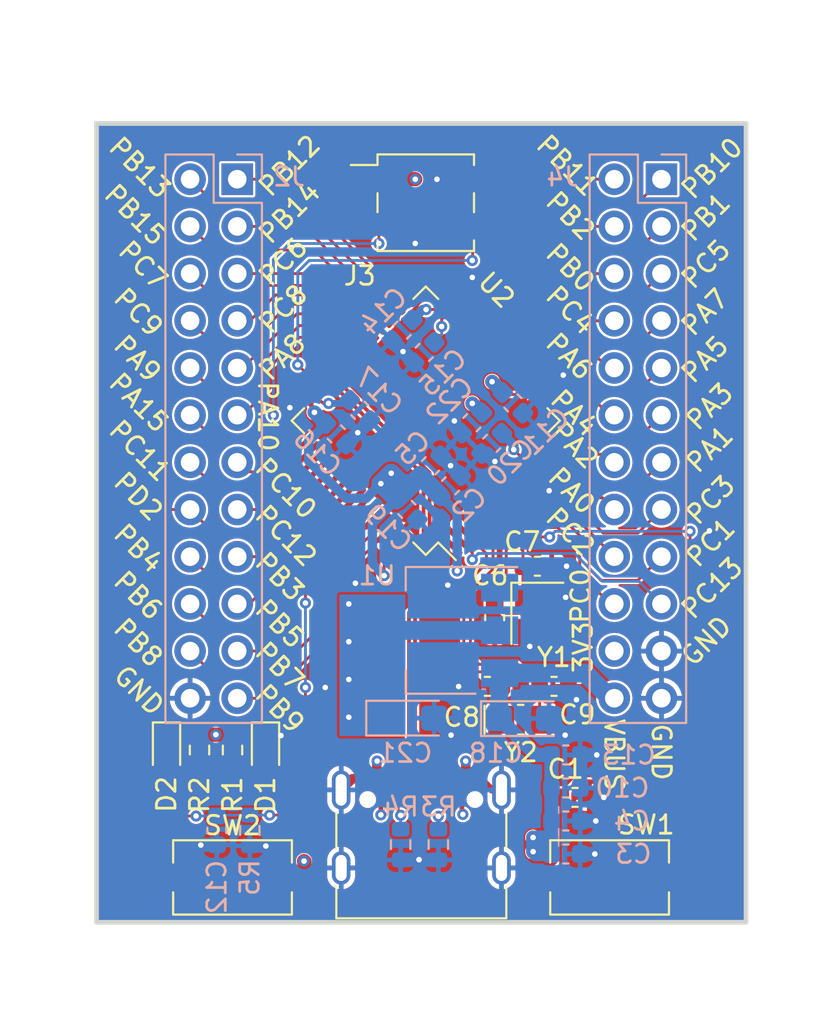
<source format=kicad_pcb>
(kicad_pcb (version 20221018) (generator pcbnew)
  (layers (0 "F.Cu" signal) (1 "In1.Cu" signal) (2 "In2.Cu" signal) (31 "B.Cu" signal) (34 "B.Paste" user) (35 "F.Paste" user) (36 "B.SilkS" user "B.Silkscreen") (37 "F.SilkS" user "F.Silkscreen") (38 "B.Mask" user) (39 "F.Mask" user) (44 "Edge.Cuts" user))
  (net 0 "")
  (net 1 "+3V3")
  (net 2 "/NRST")
  (net 3 "/BOOT0")
  (net 4 "GND")
  (net 5 "/PC13")
  (net 6 "/PC0")
  (net 7 "/PC1")
  (net 8 "/PC2")
  (net 9 "VBUS")
  (net 10 "/PC3")
  (net 11 "/PA0")
  (net 12 "/PA1")
  (net 13 "/PA2")
  (net 14 "Net-(D1-A)")
  (net 15 "/PA3")
  (net 16 "/PA4")
  (net 17 "/PA5")
  (net 18 "/PA6")
  (net 19 "/PA7")
  (net 20 "/PC4")
  (net 21 "/PC5")
  (net 22 "/PB0")
  (net 23 "/PB1")
  (net 24 "/PB2")
  (net 25 "/PB10")
  (net 26 "Net-(D2-A)")
  (net 27 "/PB11")
  (net 28 "/PB12")
  (net 29 "/PB13")
  (net 30 "/PB14")
  (net 31 "/PB15")
  (net 32 "/PC6")
  (net 33 "/PC7")
  (net 34 "/PC8")
  (net 35 "/PC9")
  (net 36 "/PA8")
  (net 37 "/PA9")
  (net 38 "/USB_D+")
  (net 39 "/USB_D-")
  (net 40 "/OSC32_IN")
  (net 41 "/PA10")
  (net 42 "/PA15")
  (net 43 "/PC10")
  (net 44 "/PC11")
  (net 45 "/PC12")
  (net 46 "/PD2")
  (net 47 "/PB3")
  (net 48 "/PB4")
  (net 49 "/PB5")
  (net 50 "/PB6")
  (net 51 "/OSC32_OUT")
  (net 52 "/PB7")
  (net 53 "/PB8")
  (net 54 "/PB9")
  (net 55 "/OSC_IN")
  (net 56 "/OSC_OUT")
  (net 57 "/SWDIO")
  (net 58 "/SWCLK")
  (net 59 "/CC1")
  (net 60 "/CC2")
  (net 61 "Net-(U2-VCAP_1)")
  (net 62 "Net-(U2-VCAP_2)")
  (footprint "Button_Switch_SMD:SW_Tactile_SPST_NO_Straight_CK_PTS636Sx25SMTRLFS" (layer "F.Cu") (at 115.146 69.586 180)
    (fp_text reference "SW1")
    (fp_text value "PTS636SK25SMTRLFS" hide)
  )
  (footprint "Connector_PinHeader_2.54mm:PinHeader_2x02_P2.54mm_Vertical_SMD" (layer "F.Cu") (at 105.24 33.264)
    (fp_text reference "J3")
    (fp_text value "Conn_02x02_Odd_Even")
  )
  (footprint "Capacitor_SMD:C_0603_1608Metric" (layer "F.Cu") (at 111.252 52.832 180)
    (fp_text reference "C7")
    (fp_text value "10pF")
  )
  (footprint "LED_SMD:LED_0603_1608Metric" (layer "F.Cu") (at 91.27 62.728 -90)
    (fp_text reference "D2")
    (fp_text value "LED")
  )
  (footprint "Crystal:Crystal_SMD_MicroCrystal_CC8V-T1A-2Pin_2.0x1.2mm_HandSoldering" (layer "F.Cu") (at 110.354951 61.09605)
    (fp_text reference "Y2")
    (fp_text value "32.768kHz")
  )
  (footprint "Connector_USB:USB_C_Receptacle_G-Switch_GT-USB-7010ASV" (layer "F.Cu") (at 105 68)
    (fp_text reference "J1" hide)
    (fp_text value "GT-USB-7010ASV")
  )
  (footprint "Resistor_SMD:R_0603_1608Metric" (layer "F.Cu") (at 94.826 62.728 -90)
    (fp_text reference "R1")
    (fp_text value "1k")
  )
  (footprint "Capacitor_SMD:C_0603_1608Metric" (layer "F.Cu") (at 112.151 59.3 180)
    (fp_text reference "C9")
    (fp_text value "8pF")
  )
  (footprint "Resistor_SMD:R_0603_1608Metric" (layer "F.Cu") (at 93.048 62.728 -90)
    (fp_text reference "R2")
    (fp_text value "1k")
  )
  (footprint "Crystal:Crystal_SMD_2520-4Pin_2.5x2.0mm" (layer "F.Cu") (at 111.252 55.372 -90)
    (fp_text reference "Y1")
    (fp_text value "24MHz")
  )
  (footprint "Button_Switch_SMD:SW_Tactile_SPST_NO_Straight_CK_PTS636Sx25SMTRLFS" (layer "F.Cu") (at 94.826 69.586 180)
    (fp_text reference "SW2")
    (fp_text value "PTS636SK25SMTRLFS")
  )
  (footprint "Capacitor_SMD:C_0603_1608Metric" (layer "F.Cu") (at 113.284 65.278)
    (fp_text reference "C1")
    (fp_text value "100nF")
  )
  (footprint "Package_QFP:LQFP-64_10x10mm_P0.5mm" (layer "F.Cu") (at 105.24 45 135)
    (fp_text reference "U2")
    (fp_text value "STM32F405RGTx")
  )
  (footprint "Capacitor_SMD:C_0603_1608Metric" (layer "F.Cu") (at 108.953 55.600473 90)
    (fp_text reference "C6")
    (fp_text value "10pF")
  )
  (footprint "LED_SMD:LED_0603_1608Metric" (layer "F.Cu") (at 96.604 62.728 -90)
    (fp_text reference "D1")
    (fp_text value "LED")
  )
  (footprint "Capacitor_SMD:C_0603_1608Metric" (layer "F.Cu") (at 108.558899 59.3)
    (fp_text reference "C8")
    (fp_text value "8pF")
  )
  (footprint "Capacitor_SMD:C_0603_1608Metric" (layer "B.Cu") (at 103.97 40.122 -135)
    (fp_text reference "C14")
    (fp_text value "100nF")
  )
  (footprint "Capacitor_SMD:C_0603_1608Metric" (layer "B.Cu") (at 105.494 47.426369 45)
    (fp_text reference "C5")
    (fp_text value "100nF")
  )
  (footprint "Capacitor_Tantalum_SMD:CP_EIA-3216-18_Kemet-A" (layer "B.Cu") (at 104.3432 61.0108)
    (fp_text reference "C21")
    (fp_text value "10uF")
  )
  (footprint "Resistor_SMD:R_0603_1608Metric" (layer "B.Cu") (at 105.918 67.818 -90)
    (fp_text reference "R3")
    (fp_text value "5.1k")
  )
  (footprint "Capacitor_SMD:C_0603_1608Metric" (layer "B.Cu") (at 100.414 45.71 -45)
    (fp_text reference "C16")
    (fp_text value "100nF")
  )
  (footprint "Resistor_SMD:R_0603_1608Metric" (layer "B.Cu") (at 103.886 67.818 -90)
    (fp_text reference "R4")
    (fp_text value "5.1k")
  )
  (footprint "Capacitor_SMD:C_0603_1608Metric" (layer "B.Cu") (at 109.9312 44.0436 -45)
    (fp_text reference "C11")
    (fp_text value "100nF")
  )
  (footprint "Resistor_SMD:R_0603_1608Metric" (layer "B.Cu") (at 95.758 67.056 -90)
    (fp_text reference "R5")
    (fp_text value "10k")
  )
  (footprint "Connector_PinHeader_2.54mm:PinHeader_2x12_P2.54mm_Vertical" (layer "B.Cu") (at 117.94 32 180)
    (fp_text reference "J4")
    (fp_text value "Conn_02x12_Odd_Even")
  )
  (footprint "Capacitor_Tantalum_SMD:CP_EIA-3216-18_Kemet-A" (layer "B.Cu") (at 110.53042 61.036471)
    (fp_text reference "C18")
    (fp_text value "10uF")
  )
  (footprint "Capacitor_SMD:C_0603_1608Metric" (layer "B.Cu") (at 93.98 67.056 -90)
    (fp_text reference "C12")
    (fp_text value "100nF")
  )
  (footprint "Connector_PinHeader_2.54mm:PinHeader_2x12_P2.54mm_Vertical" (layer "B.Cu") (at 95.08 32 180)
    (fp_text reference "J2")
    (fp_text value "Conn_02x12_Odd_Even")
  )
  (footprint "Capacitor_SMD:C_0603_1608Metric" (layer "B.Cu") (at 101.684 44.44 -45)
    (fp_text reference "C17")
    (fp_text value "2.2uF")
  )
  (footprint "Capacitor_SMD:C_0603_1608Metric" (layer "B.Cu") (at 108.796 46.218 -135)
    (fp_text reference "C20")
    (fp_text value "100nF")
  )
  (footprint "Capacitor_SMD:C_0603_1608Metric" (layer "B.Cu") (at 112.789 64.77)
    (fp_text reference "C10")
    (fp_text value "1uF")
  )
  (footprint "Capacitor_SMD:C_0603_1608Metric" (layer "B.Cu") (at 105.156 41.3258 -135)
    (fp_text reference "C15")
    (fp_text value "2.2uF")
  )
  (footprint "Capacitor_SMD:C_0603_1608Metric" (layer "B.Cu") (at 112.789 66.548)
    (fp_text reference "C4")
    (fp_text value "10uF")
  )
  (footprint "Capacitor_SMD:C_0603_1608Metric" (layer "B.Cu") (at 106.571631 48.504 45)
    (fp_text reference "C2")
    (fp_text value "4.7uF")
  )
  (footprint "Capacitor_SMD:C_0603_1608Metric" (layer "B.Cu") (at 107.7214 45.1104 -135)
    (fp_text reference "C22")
    (fp_text value "1uF")
  )
  (footprint "Capacitor_SMD:C_0603_1608Metric" (layer "B.Cu") (at 112.789 62.992)
    (fp_text reference "C13")
    (fp_text value "100nF")
  )
  (footprint "Package_TO_SOT_SMD:SOT-223" (layer "B.Cu") (at 106.0704 56.2864 180)
    (fp_text reference "U1")
    (fp_text value "TLV1117-33")
  )
  (footprint "Capacitor_SMD:C_0603_1608Metric" (layer "B.Cu") (at 112.789 68.326)
    (fp_text reference "C3")
    (fp_text value "10uF")
  )
  (footprint "Capacitor_SMD:C_0603_1608Metric" (layer "B.Cu") (at 104.224 49.774 -45)
    (fp_text reference "C19")
    (fp_text value "100nF")
  )
  (gr_rect (start 87.5 29) (end 122.5 72) (stroke (width 0.254)) (fill none) (layer "Edge.Cuts"))
  (gr_text "PC3" (at 119.888 50.8 45) (layer "F.SilkS") (effects (font (size 1 1) (thickness 0.15) bold) (justify left bottom)))
  (gr_text "PA7" (at 119.634 40.64 45) (layer "F.SilkS") (effects (font (size 1 1) (thickness 0.15) bold) (justify left bottom)))
  (gr_text "PA2" (at 111.79488 45.671751 -45) (layer "F.SilkS") (effects (font (size 1 1) (thickness 0.15) bold) (justify left bottom)))
  (gr_text "PB13" (at 87.968 30.344 -45) (layer "F.SilkS") (effects (font (size 1 1) (thickness 0.15) bold) (justify left bottom)))
  (gr_text "PA0" (at 111.633 48.133 -45) (layer "F.SilkS") (effects (font (size 1 1) (thickness 0.15) bold) (justify left bottom)))
  (gr_text "PA8" (at 96.858 43.044 45) (layer "F.SilkS") (effects (font (size 1 1) (thickness 0.15) bold) (justify left bottom)))
  (gr_text "PB4" (at 88.222 51.172 315) (layer "F.SilkS") (effects (font (size 1 1) (thickness 0.15) bold) (justify left bottom)))
  (gr_text "PC0" (at 114.173 56.007 90) (layer "F.SilkS") (effects (font (size 1 1) (thickness 0.15) bold) (justify left bottom)))
  (gr_text "PC8" (at 96.858 40.504 45) (layer "F.SilkS") (effects (font (size 1 1) (thickness 0.15) bold) (justify left bottom)))
  (gr_text "PC4" (at 111.506 38.354 -45) (layer "F.SilkS") (effects (font (size 1 1) (thickness 0.15) bold) (justify left bottom)))
  (gr_text "PB10" (at 119.634 33.274 45) (layer "F.SilkS") (effects (font (size 1 1) (thickness 0.15) bold) (justify left bottom)))
  (gr_text "PB1" (at 119.634 35.56 45) (layer "F.SilkS") (effects (font (size 1 1) (thickness 0.15) bold) (justify left bottom)))
  (gr_text "PA4" (at 111.76 43.942 -45) (layer "F.SilkS") (effects (font (size 1 1) (thickness 0.15) bold) (justify left bottom)))
  (gr_text "PA3" (at 119.888 45.72 45) (layer "F.SilkS") (effects (font (size 1 1) (thickness 0.15) bold) (justify left bottom)))
  (gr_text "PC11" (at 87.968 45.584 -45) (layer "F.SilkS") (effects (font (size 1 1) (thickness 0.15) bold) (justify left bottom)))
  (gr_text "PB15" (at 87.714 32.884 315) (layer "F.SilkS") (effects (font (size 1 1) (thickness 0.15) bold) (justify left bottom)))
  (gr_text "PA6" (at 111.506 40.894 -45) (layer "F.SilkS") (effects (font (size 1 1) (thickness 0.15) bold) (justify left bottom)))
  (gr_text "PB7" (at 95.842 57.522 315) (layer "F.SilkS") (effects (font (size 1 1) (thickness 0.15) bold) (justify left bottom)))
  (gr_text "PA5" (at 119.634 43.18 45) (layer "F.SilkS") (effects (font (size 1 1) (thickness 0.15) bold) (justify left bottom)))
  (gr_text "VBUS" (at 114.808 60.96 -90) (layer "F.SilkS") (effects (font (size 1 1) (thickness 0.15) bold) (justify left bottom)))
  (gr_text "PC12" (at 95.842 50.156 315) (layer "F.SilkS") (effects (font (size 1 1) (thickness 0.15) bold) (justify left bottom)))
  (gr_text "PC1" (at 119.888 53.086 45) (layer "F.SilkS") (effects (font (size 1 1) (thickness 0.15) bold) (justify left bottom)))
  (gr_text "PC13" (at 119.634 55.88 45) (layer "F.SilkS") (effects (font (size 1 1) (thickness 0.15) bold) (justify left bottom)))
  (gr_text "PB12" (at 96.858 33.138 45) (layer "F.SilkS") (effects (font (size 1 1) (thickness 0.15) bold) (justify left bottom)))
  (gr_text "PC2" (at 111.506 50.292 -45) (layer "F.SilkS") (effects (font (size 1 1) (thickness 0.15) bold) (justify left bottom)))
  (gr_text "GND" (at 88.222 58.792 -45) (layer "F.SilkS") (effects (font (size 1 1) (thickness 0.15) bold) (justify left bottom)))
  (gr_text "PA1" (at 119.888 48.006 45) (layer "F.SilkS") (effects (font (size 1 1) (thickness 0.15) bold) (justify left bottom)))
  (gr_text "PB2" (at 111.506 33.274 -45) (layer "F.SilkS") (effects (font (size 1 1) (thickness 0.15) bold) (justify left bottom)))
  (gr_text "PB9" (at 95.842 59.808 315) (layer "F.SilkS") (effects (font (size 1 1) (thickness 0.15) bold) (justify left bottom)))
  (gr_text "PC7" (at 88.476 35.932 -45) (layer "F.SilkS") (effects (font (size 1 1) (thickness 0.15) bold) (justify left bottom)))
  (gr_text "PC5" (at 119.634 38.1 45) (layer "F.SilkS") (effects (font (size 1 1) (thickness 0.15) bold) (justify left bottom)))
  (gr_text "PA15" (at 87.968 43.044 315) (layer "F.SilkS") (effects (font (size 1 1) (thickness 0.15) bold) (justify left bottom)))
  (gr_text "PA10" (at 96.139 42.79 -90) (layer "F.SilkS") (effects (font (size 1 1) (thickness 0.15) bold) (justify left bottom)))
  (gr_text "PB8" (at 88.222 56.252 315) (layer "F.SilkS") (effects (font (size 1 1) (thickness 0.15) bold) (justify left bottom)))
  (gr_text "PC6\n" (at 96.858 37.964 45) (layer "F.SilkS") (effects (font (size 1 1) (thickness 0.15) bold) (justify left bottom)))
  (gr_text "PB14\n" (at 96.858 35.678 45) (layer "F.SilkS") (effects (font (size 1 1) (thickness 0.15) bold) (justify left bottom)))
  (gr_text "PB5" (at 95.842 55.236 315) (layer "F.SilkS") (effects (font (size 1 1) (thickness 0.15) bold) (justify left bottom)))
  (gr_text "GND" (at 119.634 58.42 45) (layer "F.SilkS") (effects (font (size 1 1) (thickness 0.15) bold) (justify left bottom)))
  (gr_text "PB6" (at 88.222 53.712 -45) (layer "F.SilkS") (effects (font (size 1 1) (thickness 0.15) bold) (justify left bottom)))
  (gr_text "PC10" (at 95.842 47.616 315) (layer "F.SilkS") (effects (font (size 1 1) (thickness 0.15) bold) (justify left bottom)))
  (gr_text "PB11" (at 110.998 30.226 315) (layer "F.SilkS") (effects (font (size 1 1) (thickness 0.15) bold) (justify left bottom)))
  (gr_text "PC9" (at 88.222 38.472 315) (layer "F.SilkS") (effects (font (size 1 1) (thickness 0.15) bold) (justify left bottom)))
  (gr_text "PA9" (at 88.222 41.012 315) (layer "F.SilkS") (effects (font (size 1 1) (thickness 0.15) bold) (justify left bottom)))
  (gr_text "3V3" (at 114.3 58.674 90) (layer "F.SilkS") (effects (font (size 1 1) (thickness 0.15) bold) (justify left bottom)))
  (gr_text "GND" (at 117.348 61.214 -90) (layer "F.SilkS") (effects (font (size 1 1) (thickness 0.15) bold) (justify left bottom)))
  (gr_text "PB0" (at 111.506 36.068 -45) (layer "F.SilkS") (effects (font (size 1 1) (thickness 0.15) bold) (justify left bottom)))
  (gr_text "PB3" (at 95.842 52.696 315) (layer "F.SilkS") (effects (font (size 1 1) (thickness 0.15) bold) (justify left bottom)))
  (gr_text "PD2\n" (at 88.222 48.378 315) (layer "F.SilkS") (effects (font (size 1 1) (thickness 0.15) bold) (justify left bottom)))
  (segment (start 104.6634 31.994) (end 104.6734 32.004) (width 0.762) (layer "F.Cu") (net 1))
  (segment (start 98.701 69.586) (end 98.701 68.729) (width 0.762) (layer "F.Cu") (net 1))
  (segment (start 98.701 68.729) (end 98.679 68.707) (width 0.762) (layer "F.Cu") (net 1))
  (segment (start 99.2378 44.3011) (end 98.575519 43.638819) (width 0.1524) (layer "F.Cu") (net 1))
  (segment (start 102.715 31.994) (end 104.6634 31.994) (width 0.762) (layer "F.Cu") (net 1))
  (segment (start 99.2378 44.5516) (end 99.2378 44.3011) (width 0.1524) (layer "F.Cu") (net 1))
  (segment (start 106.934 51.9973) (end 106.934 53.086) (width 0.1524) (layer "F.Cu") (net 1))
  (segment (start 93.9292 61.8998) (end 93.926 61.903) (width 0.762) (layer "F.Cu") (net 1))
  (segment (start 110.542688 43.5864) (end 109.4994 43.5864) (width 0.1524) (layer "F.Cu") (net 1))
  (segment (start 103.878819 51.664481) (end 102.997 52.5463) (width 0.1524) (layer "F.Cu") (net 1))
  (segment (start 110.843821 47.421841) (end 110.843821 47.420021) (width 0.1524) (layer "F.Cu") (net 1))
  (segment (start 94.826 61.903) (end 93.9324 61.903) (width 0.762) (layer "F.Cu") (net 1))
  (segment (start 106.601181 38.335519) (end 105.9223 39.0144) (width 0.1524) (layer "F.Cu") (net 1))
  (segment (start 110.843821 47.420021) (end 109.982 46.5582) (width 0.1524) (layer "F.Cu") (net 1))
  (segment (start 109.4994 43.5864) (end 108.8136 42.9006) (width 0.1524) (layer "F.Cu") (net 1))
  (segment (start 106.601181 51.664481) (end 106.934 51.9973) (width 0.1524) (layer "F.Cu") (net 1))
  (segment (start 111.197375 42.931713) (end 110.542688 43.5864) (width 0.1524) (layer "F.Cu") (net 1))
  (segment (start 102.997 52.5463) (end 102.997 53.34) (width 0.1524) (layer "F.Cu") (net 1))
  (segment (start 93.9324 61.903) (end 93.9292 61.8998) (width 0.762) (layer "F.Cu") (net 1))
  (segment (start 105.9223 39.0144) (end 105.2576 39.0144) (width 0.1524) (layer "F.Cu") (net 1))
  (segment (start 93.926 61.903) (end 93.048 61.903) (width 0.762) (layer "F.Cu") (net 1))
  (via (at 101.092 58.928) (size 0.6) (drill 0.3) (layers "F.Cu" "B.Cu") (net 1))
  (via (at 93.9292 61.8998) (size 0.6) (drill 0.3) (layers "F.Cu" "B.Cu") (net 1))
  (via (at 99.2378 44.5516) (size 0.6) (drill 0.3) (layers "F.Cu" "B.Cu") (net 1))
  (via (at 107.7468 44.069) (size 0.6) (drill 0.3) (layers "F.Cu" "B.Cu") (net 1))
  (via (at 101.092 60.96) (size 0.6) (drill 0.3) (layers "F.Cu" "B.Cu") (net 1))
  (via (at 98.679 68.707) (size 0.6) (drill 0.3) (layers "F.Cu" "B.Cu") (net 1))
  (via (at 101.092 56.896) (size 0.6) (drill 0.3) (layers "F.Cu" "B.Cu") (net 1))
  (via (at 103.378 47.8282) (size 0.6) (drill 0.3) (layers "F.Cu" "B.Cu") (net 1))
  (via (at 106.934 53.086) (size 0.6) (drill 0.3) (layers "F.Cu" "B.Cu") (net 1))
  (via (at 108.8136 42.9006) (size 0.6) (drill 0.3) (layers "F.Cu" "B.Cu") (net 1))
  (via (at 104.6734 32.004) (size 0.6) (drill 0.3) (layers "F.Cu" "B.Cu") (net 1))
  (via (at 102.997 53.34) (size 0.6) (drill 0.3) (layers "F.Cu" "B.Cu") (net 1))
  (via (at 109.982 46.5582) (size 0.6) (drill 0.3) (layers "F.Cu" "B.Cu") (net 1))
  (via (at 101.092 54.864) (size 0.6) (drill 0.3) (layers "F.Cu" "B.Cu") (net 1))
  (via (at 105.2576 39.0144) (size 0.6) (drill 0.3) (layers "F.Cu" "B.Cu") (net 1))
  (via (at 102.8192 48.387) (size 0.6) (drill 0.3) (layers "F.Cu" "B.Cu") (net 1))
  (segment (start 108.269408 44.562392) (end 108.328008 44.620992) (width 0.508) (layer "B.Cu") (net 1))
  (segment (start 101.092 54.864) (end 101.092 60.96) (width 0.762) (layer "B.Cu") (net 1))
  (segment (start 101.092 58.928) (end 102.9204 58.928) (width 0.762) (layer "B.Cu") (net 1))
  (segment (start 105.0776 39.0144) (end 104.518008 39.573992) (width 0.508) (layer "B.Cu") (net 1))
  (segment (start 106.023623 49.052008) (end 104.945992 47.974377) (width 1.016) (layer "B.Cu") (net 1))
  (segment (start 102.3108 56.896) (end 102.9204 56.2864) (width 0.762) (layer "B.Cu") (net 1))
  (segment (start 109.383192 43.495592) (end 109.383192 43.470192) (width 0.762) (layer "B.Cu") (net 1))
  (segment (start 103.694377 49.225992) (end 104.945992 47.974377) (width 1.016) (layer "B.Cu") (net 1))
  (segment (start 102.362 52.705) (end 102.997 53.34) (width 0.508) (layer "B.Cu") (net 1))
  (segment (start 98.933 47.1678) (end 98.933 46.094984) (width 0.508) (layer "B.Cu") (net 1))
  (segment (start 106.934 53.086) (end 106.934 49.962385) (width 0.508) (layer "B.Cu") (net 1))
  (segment (start 108.240192 44.562392) (end 107.7468 44.069) (width 0.762) (layer "B.Cu") (net 1))
  (segment (start 108.328008 44.620992) (end 108.328008 44.653992) (width 0.508) (layer "B.Cu") (net 1))
  (segment (start 99.865992 45.161992) (end 99.848192 45.161992) (width 0.508) (layer "B.Cu") (net 1))
  (segment (start 103.675992 49.225992) (end 102.362 50.539984) (width 0.508) (layer "B.Cu") (net 1))
  (segment (start 102.362 50.539984) (end 102.362 52.705) (width 0.508) (layer "B.Cu") (net 1))
  (segment (start 106.934 49.962385) (end 106.023623 49.052008) (width 0.508) (layer "B.Cu") (net 1))
  (segment (start 105.2576 39.0144) (end 105.0776 39.0144) (width 0.508) (layer "B.Cu") (net 1))
  (segment (start 102.8192 48.387) (end 104.533369 48.387) (width 1.016) (layer "B.Cu") (net 1))
  (segment (start 102.9204 60.938) (end 102.9932 61.0108) (width 1.016) (layer "B.Cu") (net 1))
  (segment (start 101.498 54.864) (end 102.9204 56.2864) (width 0.762) (layer "B.Cu") (net 1))
  (segment (start 98.933 46.094984) (end 99.865992 45.161992) (width 0.508) (layer "B.Cu") (net 1))
  (segment (start 102.8192 48.387) (end 102.0318 49.1744) (width 0.508) (layer "B.Cu") (net 1))
  (segment (start 103.378 47.8282) (end 102.8192 48.387) (width 1.016) (layer "B.Cu") (net 1))
  (segment (start 102.9932 61.0108) (end 101.1428 61.0108) (width 0.762) (layer "B.Cu") (net 1))
  (segment (start 104.533369 48.387) (end 104.945992 47.974377) (width 1.016) (layer "B.Cu") (net 1))
  (segment (start 103.9368 48.387) (end 104.533369 48.387) (width 1.016) (layer "B.Cu") (net 1))
  (segment (start 109.383192 43.495592) (end 109.5248 43.6372) (width 0.1524) (layer "B.Cu") (net 1))
  (segment (start 102.9204 56.2864) (end 109.2204 56.2864) (width 1.016) (layer "B.Cu") (net 1))
  (segment (start 102.9204 56.2864) (end 102.9204 58.928) (width 1.016) (layer "B.Cu") (net 1))
  (segment (start 101.092 54.864) (end 101.498 54.864) (width 0.762) (layer "B.Cu") (net 1))
  (segment (start 102.837 48.387) (end 102.8192 48.387) (width 1.016) (layer "B.Cu") (net 1))
  (segment (start 102.9204 58.928) (end 102.9204 60.938) (width 1.016) (layer "B.Cu") (net 1))
  (segment (start 102.0318 49.1744) (end 100.9396 49.1744) (width 0.508) (layer "B.Cu") (net 1))
  (segment (start 108.269408 44.562392) (end 108.240192 44.562392) (width 0.762) (layer "B.Cu") (net 1))
  (segment (start 109.383192 43.470192) (end 108.8136 42.9006) (width 0.762) (layer "B.Cu") (net 1))
  (segment (start 103.378 47.8282) (end 103.9368 48.387) (width 1.016) (layer "B.Cu") (net 1))
  (segment (start 100.9396 49.1744) (end 98.933 47.1678) (width 0.508) (layer "B.Cu") (net 1))
  (segment (start 103.675992 49.225992) (end 103.694377 49.225992) (width 1.016) (layer "B.Cu") (net 1))
  (segment (start 101.1428 61.0108) (end 101.092 60.96) (width 0.762) (layer "B.Cu") (net 1))
  (segment (start 103.675992 49.225992) (end 102.837 48.387) (width 1.016) (layer "B.Cu") (net 1))
  (segment (start 109.982 46.5582) (end 109.982 46.307984) (width 0.508) (layer "B.Cu") (net 1))
  (segment (start 109.982 46.307984) (end 109.344008 45.669992) (width 0.508) (layer "B.Cu") (net 1))
  (segment (start 101.092 56.896) (end 102.3108 56.896) (width 0.762) (layer "B.Cu") (net 1))
  (segment (start 99.848192 45.161992) (end 99.2378 44.5516) (width 0.762) (layer "B.Cu") (net 1))
  (segment (start 110.43654 51.2572) (end 108.722501 49.543161) (width 0.1524) (layer "F.Cu") (net 2))
  (segment (start 112.509 68.8978) (end 112.509 65.278) (width 0.1524) (layer "F.Cu") (net 2))
  (segment (start 113.6774 64.1096) (end 112.509 65.278) (width 0.1524) (layer "F.Cu") (net 2))
  (segment (start 111.9124 51.2572) (end 110.43654 51.2572) (width 0.1524) (layer "F.Cu") (net 2))
  (segment (start 119.4816 61.9252) (end 117.2972 64.1096) (width 0.1524) (layer "F.Cu") (net 2))
  (segment (start 111.8208 69.586) (end 112.509 68.8978) (width 0.1524) (layer "F.Cu") (net 2))
  (segment (start 117.2972 64.1096) (end 113.6774 64.1096) (width 0.1524) (layer "F.Cu") (net 2))
  (segment (start 111.271 69.586) (end 111.8208 69.586) (width 0.1524) (layer "F.Cu") (net 2))
  (segment (start 119.4816 50.9524) (end 119.4816 61.9252) (width 0.1524) (layer "F.Cu") (net 2))
  (via (at 111.9124 51.2572) (size 0.6) (drill 0.3) (layers "F.Cu" "B.Cu") (net 2))
  (via (at 119.4816 50.9524) (size 0.6) (drill 0.3) (layers "F.Cu" "B.Cu") (net 2))
  (segment (start 112.2172 50.9524) (end 114.2492 50.9524) (width 0.1524) (layer "B.Cu") (net 2))
  (segment (start 111.9124 51.2572) (end 112.2172 50.9524) (width 0.1524) (layer "B.Cu") (net 2))
  (segment (start 114.2492 50.9524) (end 119.4816 50.9524) (width 0.1524) (layer "B.Cu") (net 2))
  (segment (start 98.7552 65.8876) (end 98.4118 66.231) (width 0.1524) (layer "F.Cu") (net 3))
  (segment (start 90.951 66.8338) (end 90.951 69.586) (width 0.1524) (layer "F.Cu") (net 3))
  (segment (start 98.7552 53.959674) (end 102.464606 50.250268) (width 0.1524) (layer "F.Cu") (net 3))
  (segment (start 92.8624 66.281) (end 91.5038 66.281) (width 0.1524) (layer "F.Cu") (net 3))
  (segment (start 98.4118 66.231) (end 96.8248 66.231) (width 0.1524) (layer "F.Cu") (net 3))
  (segment (start 98.7552 59.3598) (end 98.7552 65.8876) (width 0.1524) (layer "F.Cu") (net 3))
  (segment (start 98.7552 54.8132) (end 98.7552 53.959674) (width 0.1524) (layer "F.Cu") (net 3))
  (segment (start 91.5038 66.281) (end 90.951 66.8338) (width 0.1524) (layer "F.Cu") (net 3))
  (via (at 92.8624 66.281) (size 0.6) (drill 0.3) (layers "F.Cu" "B.Cu") (net 3))
  (via (at 98.7552 59.3598) (size 0.6) (drill 0.3) (layers "F.Cu" "B.Cu") (net 3))
  (via (at 98.7552 54.8132) (size 0.6) (drill 0.3) (layers "F.Cu" "B.Cu") (net 3))
  (via (at 96.8248 66.231) (size 0.6) (drill 0.3) (layers "F.Cu" "B.Cu") (net 3))
  (segment (start 93.98 66.281) (end 94.03 66.231) (width 0.1524) (layer "B.Cu") (net 3))
  (segment (start 96.8248 66.231) (end 95.758 66.231) (width 0.1524) (layer "B.Cu") (net 3))
  (segment (start 98.7552 59.3598) (end 98.7552 54.8132) (width 0.1524) (layer "B.Cu") (net 3))
  (segment (start 94.03 66.231) (end 95.758 66.231) (width 0.1524) (layer "B.Cu") (net 3))
  (segment (start 92.8624 66.281) (end 93.98 66.281) (width 0.1524) (layer "B.Cu") (net 3))
  (segment (start 107.765 31.994) (end 105.8518 31.994) (width 0.762) (layer "F.Cu") (net 4))
  (segment (start 112.926 59.3) (end 113.3602 59.7342) (width 0.762) (layer "F.Cu") (net 4))
  (segment (start 112.7646 54.497) (end 111.952 54.497) (width 0.762) (layer "F.Cu") (net 4))
  (segment (start 112.395 42.545) (end 112.649 42.545) (width 0.1524) (layer "F.Cu") (net 4))
  (segment (start 109.32 64.875) (end 108.8 64.875) (width 0.381) (layer "F.Cu") (net 4))
  (segment (start 113.3602 59.7342) (end 113.3602 60.0202) (width 0.762) (layer "F.Cu") (net 4))
  (segment (start 110.552 56.247) (end 110.552 56.8564) (width 0.762) (layer "F.Cu") (net 4))
  (segment (start 101.28 64.275) (end 101.8 64.275) (width 0.508) (layer "F.Cu") (net 4))
  (segment (start 112.291194 42.545) (end 112.395 42.545) (width 0.1524) (layer "F.Cu") (net 4))
  (segment (start 96.604 61.9405) (end 97.4243 61.9405) (width 0.762) (layer "F.Cu") (net 4))
  (segment (start 108.953 56.375473) (end 110.423527 56.375473) (width 0.762) (layer "F.Cu") (net 4))
  (segment (start 108.8 64.875) (end 108.2 64.275) (width 0.381) (layer "F.Cu") (net 4))
  (segment (start 97.4243 61.9405) (end 97.4344 61.9506) (width 0.762) (layer "F.Cu") (net 4))
  (segment (start 110.552 56.8564) (end 110.8456 57.15) (width 0.762) (layer "F.Cu") (net 4))
  (segment (start 112.027 52.832) (end 112.8268 52.832) (width 0.762) (layer "F.Cu") (net 4))
  (segment (start 107.0192 59.3) (end 107.0102 59.309) (width 0.762) (layer "F.Cu") (net 4))
  (segment (start 112.776 54.5084) (end 112.7646 54.497) (width 0.762) (layer "F.Cu") (net 4))
  (segment (start 107.783899 59.3) (end 107.0192 59.3) (width 0.762) (layer "F.Cu") (net 4))
  (segment (start 114.059 65.278) (end 114.8334 65.278) (width 0.762) (layer "F.Cu") (net 4))
  (segment (start 105.8518 31.994) (end 105.8418 32.004) (width 0.762) (layer "F.Cu") (net 4))
  (segment (start 111.550928 43.285266) (end 112.291194 42.545) (width 0.1524) (layer "F.Cu") (net 4))
  (segment (start 110.423527 56.375473) (end 110.552 56.247) (width 0.762) (layer "F.Cu") (net 4))
  (segment (start 100.68 64.875) (end 101.28 64.275) (width 0.508) (layer "F.Cu") (net 4))
  (via (at 108.966 47.1932) (size 0.6) (drill 0.3) (layers "F.Cu" "B.Cu") (net 4))
  (via (at 114.4016 66.548) (size 0.6) (drill 0.3) (layers "F.Cu" "B.Cu") (net 4))
  (via (at 114.3508 68.326) (size 0.6) (drill 0.3) (layers "F.Cu" "B.Cu") (net 4))
  (via (at 112.8268 52.832) (size 0.6) (drill 0.3) (layers "F.Cu" "B.Cu") (net 4))
  (via (at 114.8334 65.278) (size 0.6) (drill 0.3) (layers "F.Cu" "B.Cu") (net 4))
  (via (at 97.917 44.2976) (size 0.6) (drill 0.3) (layers "F.Cu" "B.Cu") (net 4))
  (via (at 96.6216 67.8942) (size 0.6) (drill 0.3) (layers "F.Cu" "B.Cu") (net 4))
  (via (at 112.7506 61.9252) (size 0.6) (drill 0.3) (layers "F.Cu" "B.Cu") (net 4))
  (via (at 106.7816 45.0088) (size 0.6) (drill 0.3) (layers "F.Cu" "B.Cu") (net 4))
  (via (at 106.6038 61.9252) (size 0.6) (drill 0.3) (layers "F.Cu" "B.Cu") (net 4))
  (via (at 120.523 50.927) (size 0.6) (drill 0.3) (layers "F.Cu" "B.Cu") (net 4))
  (via (at 104.013 41.275) (size 0.6) (drill 0.3) (layers "F.Cu" "B.Cu") (net 4))
  (via (at 112.649 42.545) (size 0.6) (drill 0.3) (layers "F.Cu" "B.Cu") (net 4))
  (via (at 99.822 59.3598) (size 0.6) (drill 0.3) (layers "F.Cu" "B.Cu") (net 4))
  (via (at 111.887 48.768) (size 0.6) (drill 0.3) (layers "F.Cu" "B.Cu") (net 4))
  (via (at 114.4524 62.992) (size 0.6) (drill 0.3) (layers "F.Cu" "B.Cu") (net 4))
  (via (at 112.776 54.5084) (size 0.6) (drill 0.3) (layers "F.Cu" "B.Cu") (net 4))
  (via (at 105.8418 32.004) (size 0.6) (drill 0.3) (layers "F.Cu" "B.Cu") (net 4))
  (via (at 104.8766 68.6308) (size 0.6) (drill 0.3) (layers "F.Cu" "B.Cu") (net 4))
  (via (at 110.8456 57.15) (size 0.6) (drill 0.3) (layers "F.Cu" "B.Cu") (net 4))
  (via (at 107.0102 59.309) (size 0.6) (drill 0.3) (layers "F.Cu" "B.Cu") (net 4))
  (via (at 93.1164 67.8434) (size 0.6) (drill 0.3) (layers "F.Cu" "B.Cu") (net 4))
  (via (at 106.426 53.848) (size 0.6) (drill 0.3) (layers "F.Cu" "B.Cu") (net 4))
  (via (at 107.7468 37.2872) (size 0.6) (drill 0.3) (layers "F.Cu" "B.Cu") (net 4))
  (via (at 101.5746 45.6438) (size 0.6) (drill 0.3) (layers "F.Cu" "B.Cu") (net 4))
  (via (at 104.6734 35.4584) (size 0.6) (drill 0.3) (layers "F.Cu" "B.Cu") (net 4))
  (via (at 101.4476 53.7464) (size 0.6) (drill 0.3) (layers "F.Cu" "B.Cu") (net 4))
  (via (at 106.5784 47.4218) (size 0.6) (drill 0.3) (layers "F.Cu" "B.Cu") (net 4))
  (via (at 97.4344 61.9506) (size 0.6) (drill 0.3) (layers "F.Cu" "B.Cu") (net 4))
  (via (at 113.3602 60.0202) (size 0.6) (drill 0.3) (layers "F.Cu" "B.Cu") (net 4))
  (segment (start 113.564 66.548) (end 114.4016 66.548) (width 0.762) (layer "B.Cu") (net 4))
  (segment (start 93.98 67.831) (end 93.1288 67.831) (width 0.762) (layer "B.Cu") (net 4))
  (segment (start 106.7816 45.0088) (end 106.7816 45.266616) (width 0.762) (layer "B.Cu") (net 4))
  (segment (start 104.8644 68.643) (end 104.8766 68.6308) (width 0.762) (layer "B.Cu") (net 4))
  (segment (start 113.564 64.77) (end 113.564 62.992) (width 0.762) (layer "B.Cu") (net 4))
  (segment (start 113.564 68.326) (end 114.3508 68.326) (width 0.762) (layer "B.Cu") (net 4))
  (segment (start 108.247992 46.766008) (end 108.538808 46.766008) (width 0.762) (layer "B.Cu") (net 4))
  (segment (start 101.5746 45.6438) (end 101.576216 45.6438) (width 0.762) (layer "B.Cu") (net 4))
  (segment (start 108.538808 46.766008) (end 108.966 47.1932) (width 0.762) (layer "B.Cu") (net 4))
  (segment (start 103.886 68.643) (end 104.8644 68.643) (width 0.762) (layer "B.Cu") (net 4))
  (segment (start 106.5784 47.4218) (end 106.585447 47.4218) (width 0.762) (layer "B.Cu") (net 4))
  (segment (start 105.6932 61.0108) (end 105.6932 61.0146) (width 0.762) (layer "B.Cu") (net 4))
  (segment (start 101.5746 45.645416) (end 101.5746 45.6438) (width 0.762) (layer "B.Cu") (net 4))
  (segment (start 95.758 67.881) (end 96.6084 67.881) (width 0.762) (layer "B.Cu") (net 4))
  (segment (start 106.7816 45.266616) (end 107.231992 45.717008) (width 0.762) (layer "B.Cu") (net 4))
  (segment (start 106.585447 47.4218) (end 107.119639 47.955992) (width 0.762) (layer "B.Cu") (net 4))
  (segment (start 105.6932 61.0146) (end 106.6038 61.9252) (width 0.762) (layer "B.Cu") (net 4))
  (segment (start 103.421992 40.687808) (end 104.009184 41.275) (width 0.762) (layer "B.Cu") (net 4))
  (segment (start 107.231992 45.717008) (end 107.231992 45.750008) (width 0.762) (layer "B.Cu") (net 4))
  (segment (start 96.6084 67.881) (end 96.6216 67.8942) (width 0.762) (layer "B.Cu") (net 4))
  (segment (start 104.009184 41.275) (end 104.013 41.275) (width 0.762) (layer "B.Cu") (net 4))
  (segment (start 106.042008 46.878361) (end 106.5784 47.414753) (width 0.762) (layer "B.Cu") (net 4))
  (segment (start 103.421992 40.670008) (end 103.421992 40.687808) (width 0.762) (layer "B.Cu") (net 4))
  (segment (start 93.1288 67.831) (end 93.1164 67.8434) (width 0.762) (layer "B.Cu") (net 4))
  (segment (start 104.013 41.278816) (end 104.607992 41.873808) (width 0.762) (layer "B.Cu") (net 4))
  (segment (start 111.88042 61.05502) (end 112.7506 61.9252) (width 0.762) (layer "B.Cu") (net 4))
  (segment (start 104.8766 68.6308) (end 104.8888 68.643) (width 0.762) (layer "B.Cu") (net 4))
  (segment (start 100.962008 46.258008) (end 101.5746 45.645416) (width 0.762) (layer "B.Cu") (net 4))
  (segment (start 101.576216 45.6438) (end 102.232008 44.988008) (width 0.762) (layer "B.Cu") (net 4))
  (segment (start 106.5784 47.414753) (end 106.5784 47.4218) (width 0.762) (layer "B.Cu") (net 4))
  (segment (start 113.564 62.992) (end 114.4524 62.992) (width 0.762) (layer "B.Cu") (net 4))
  (segment (start 104.013 41.275) (end 104.013 41.278816) (width 0.762) (layer "B.Cu") (net 4))
  (segment (start 111.88042 61.036471) (end 111.88042 61.05502) (width 0.762) (layer "B.Cu") (net 4))
  (segment (start 104.8888 68.643) (end 105.918 68.643) (width 0.762) (layer "B.Cu") (net 4))
  (segment (start 107.7468 52.102994) (end 106.954734 51.310928) (width 0.1524) (layer "F.Cu") (net 5))
  (segment (start 107.7468 52.4764) (end 107.7468 52.102994) (width 0.1524) (layer "F.Cu") (net 5))
  (via (at 107.7468 52.4764) (size 0.6) (drill 0.3) (layers "F.Cu" "B.Cu") (net 5))
  (segment (start 114.7572 53.6448) (end 113.2586 52.1462) (width 0.1524) (layer "B.Cu") (net 5))
  (segment (start 113.2586 52.1462) (end 108.077 52.1462) (width 0.1524) (layer "B.Cu") (net 5))
  (segment (start 108.077 52.1462) (end 107.7468 52.4764) (width 0.1524) (layer "B.Cu") (net 5))
  (segment (start 117.94 54.86) (end 116.7248 53.6448) (width 0.1524) (layer "B.Cu") (net 5))
  (segment (start 116.7248 53.6448) (end 114.7572 53.6448) (width 0.1524) (layer "B.Cu") (net 5))
  (segment (start 110.635646 50.7492) (end 112.3442 50.7492) (width 0.1524) (layer "F.Cu") (net 6))
  (segment (start 113.538 53.213) (end 115.185 54.86) (width 0.1524) (layer "F.Cu") (net 6))
  (segment (start 109.076054 49.189608) (end 110.635646 50.7492) (width 0.1524) (layer "F.Cu") (net 6))
  (segment (start 115.185 54.86) (end 115.4 54.86) (width 0.1524) (layer "F.Cu") (net 6))
  (segment (start 113.538 51.943) (end 113.538 53.213) (width 0.1524) (layer "F.Cu") (net 6))
  (segment (start 112.3442 50.7492) (end 113.538 51.943) (width 0.1524) (layer "F.Cu") (net 6))
  (segment (start 109.429608 48.836054) (end 110.987154 50.3936) (width 0.1524) (layer "F.Cu") (net 7))
  (segment (start 116.666 53.594) (end 117.94 52.32) (width 0.1524) (layer "F.Cu") (net 7))
  (segment (start 114.681 53.594) (end 116.666 53.594) (width 0.1524) (layer "F.Cu") (net 7))
  (segment (start 112.7506 50.3936) (end 114.046 51.689) (width 0.1524) (layer "F.Cu") (net 7))
  (segment (start 110.987154 50.3936) (end 112.7506 50.3936) (width 0.1524) (layer "F.Cu") (net 7))
  (segment (start 114.046 52.959) (end 114.681 53.594) (width 0.1524) (layer "F.Cu") (net 7))
  (segment (start 114.046 51.689) (end 114.046 52.959) (width 0.1524) (layer "F.Cu") (net 7))
  (segment (start 115.4 52.32) (end 113.0672 49.9872) (width 0.1524) (layer "F.Cu") (net 8))
  (segment (start 113.0672 49.9872) (end 111.28786 49.9872) (width 0.1524) (layer "F.Cu") (net 8))
  (segment (start 111.28786 49.9872) (end 109.783161 48.482501) (width 0.1524) (layer "F.Cu") (net 8))
  (segment (start 107.188 66.1416) (end 107.2388 66.1924) (width 0.254) (layer "F.Cu") (net 9))
  (segment (start 102.6 63.3382) (end 102.616 63.3222) (width 0.508) (layer "F.Cu") (net 9))
  (segment (start 102.8192 64.4942) (end 102.8192 66.2178) (width 0.254) (layer "F.Cu") (net 9))
  (segment (start 102.6 64.275) (end 102.8192 64.4942) (width 0.254) (layer "F.Cu") (net 9))
  (segment (start 107.4 64.275) (end 107.4 63.331) (width 0.508) (layer "F.Cu") (net 9))
  (segment (start 107.4 64.275) (end 107.188 64.487) (width 0.254) (layer "F.Cu") (net 9))
  (segment (start 107.4 63.331) (end 107.3912 63.3222) (width 0.508) (layer "F.Cu") (net 9))
  (segment (start 102.6 64.275) (end 102.6 63.3382) (width 0.508) (layer "F.Cu") (net 9))
  (segment (start 107.188 64.487) (end 107.188 66.1416) (width 0.254) (layer "F.Cu") (net 9))
  (via (at 107.2388 66.1924) (size 0.6) (drill 0.3) (layers "F.Cu" "B.Cu") (net 9))
  (via (at 102.8192 66.2178) (size 0.6) (drill 0.3) (layers "F.Cu" "B.Cu") (net 9))
  (via (at 107.3912 63.3222) (size 0.6) (drill 0.3) (layers "F.Cu" "B.Cu") (net 9))
  (via (at 111.0234 68.199) (size 0.6) (drill 0.3) (layers "F.Cu" "B.Cu") (net 9))
  (via (at 111.0234 67.437) (size 0.6) (drill 0.3) (layers "F.Cu" "B.Cu") (net 9))
  (via (at 102.616 63.3222) (size 0.6) (drill 0.3) (layers "F.Cu" "B.Cu") (net 9))
  (segment (start 109.2204 58.5864) (end 113.8314 58.5864) (width 1.016) (layer "B.Cu") (net 9))
  (segment (start 111.0234 68.199) (end 111.1504 68.326) (width 0.762) (layer "B.Cu") (net 9))
  (segment (start 111.0234 67.437) (end 112.014 67.437) (width 0.762) (layer "B.Cu") (net 9))
  (segment (start 109.18042 58.62638) (end 109.2204 58.5864) (width 1.016) (layer "B.Cu") (net 9))
  (segment (start 113.8314 58.5864) (end 115.185 59.94) (width 1.016) (layer "B.Cu") (net 9))
  (segment (start 109.18042 61.036471) (end 109.18042 58.62638) (width 1.016) (layer "B.Cu") (net 9))
  (segment (start 111.0234 68.199) (end 111.0234 67.437) (width 0.762) (layer "B.Cu") (net 9))
  (segment (start 109.220271 61.036471) (end 111.1758 62.992) (width 0.762) (layer "B.Cu") (net 9))
  (segment (start 112.014 66.548) (end 112.014 64.77) (width 0.762) (layer "B.Cu") (net 9))
  (segment (start 112.014 68.326) (end 112.014 67.437) (width 0.762) (layer "B.Cu") (net 9))
  (segment (start 115.185 59.94) (end 115.4 59.94) (width 1.016) (layer "B.Cu") (net 9))
  (segment (start 111.1758 62.992) (end 112.014 62.992) (width 0.762) (layer "B.Cu") (net 9))
  (segment (start 112.014 64.77) (end 112.014 62.992) (width 0.762) (layer "B.Cu") (net 9))
  (segment (start 109.18042 61.036471) (end 109.220271 61.036471) (width 0.762) (layer "B.Cu") (net 9))
  (segment (start 111.9124 68.326) (end 111.0234 67.437) (width 0.762) (layer "B.Cu") (net 9))
  (segment (start 112.014 67.437) (end 112.014 66.548) (width 0.762) (layer "B.Cu") (net 9))
  (segment (start 111.1504 68.326) (end 112.014 68.326) (width 0.762) (layer "B.Cu") (net 9))
  (segment (start 112.014 68.326) (end 111.9124 68.326) (width 0.762) (layer "B.Cu") (net 9))
  (segment (start 111.639366 49.6316) (end 110.136714 48.128948) (width 0.1524) (layer "F.Cu") (net 10))
  (segment (start 116.666 51.054) (end 114.808 51.054) (width 0.1524) (layer "F.Cu") (net 10))
  (segment (start 114.808 51.054) (end 113.3856 49.6316) (width 0.1524) (layer "F.Cu") (net 10))
  (segment (start 113.3856 49.6316) (end 111.639366 49.6316) (width 0.1524) (layer "F.Cu") (net 10))
  (segment (start 117.94 49.78) (end 116.666 51.054) (width 0.1524) (layer "F.Cu") (net 10))
  (segment (start 114.769 49.149) (end 115.4 49.78) (width 0.1524) (layer "F.Cu") (net 11))
  (segment (start 113.278088 49.149) (end 114.769 49.149) (width 0.1524) (layer "F.Cu") (net 11))
  (segment (start 111.197375 47.068287) (end 113.278088 49.149) (width 0.1524) (layer "F.Cu") (net 11))
  (segment (start 111.550928 46.714734) (end 113.350194 48.514) (width 0.1524) (layer "F.Cu") (net 12))
  (segment (start 116.666 48.514) (end 117.94 47.24) (width 0.1524) (layer "F.Cu") (net 12))
  (segment (start 113.350194 48.514) (end 116.666 48.514) (width 0.1524) (layer "F.Cu") (net 12))
  (segment (start 114.968305 46.808305) (end 115.4 47.24) (width 0.1524) (layer "F.Cu") (net 13))
  (segment (start 111.904481 46.361181) (end 112.351605 46.808305) (width 0.1524) (layer "F.Cu") (net 13))
  (segment (start 112.351605 46.808305) (end 114.968305 46.808305) (width 0.1524) (layer "F.Cu") (net 13))
  (segment (start 96.5665 63.553) (end 96.604 63.5155) (width 0.1524) (layer "F.Cu") (net 14))
  (segment (start 94.826 63.553) (end 96.5665 63.553) (width 0.1524) (layer "F.Cu") (net 14))
  (segment (start 111.904481 43.638819) (end 114.239662 45.974) (width 0.1524) (layer "F.Cu") (net 15))
  (segment (start 116.666 45.974) (end 117.94 44.7) (width 0.1524) (layer "F.Cu") (net 15))
  (segment (start 114.239662 45.974) (end 116.666 45.974) (width 0.1524) (layer "F.Cu") (net 15))
  (segment (start 113.7076 43.2676) (end 115.14 44.7) (width 0.1524) (layer "F.Cu") (net 16))
  (segment (start 113.7076 42.3576) (end 113.7076 43.2676) (width 0.1524) (layer "F.Cu") (net 16))
  (segment (start 115.14 44.7) (end 115.4 44.7) (width 0.1524) (layer "F.Cu") (net 16))
  (segment (start 110.843821 42.578159) (end 111.63898 41.783) (width 0.1524) (layer "F.Cu") (net 16))
  (segment (start 113.133 41.783) (end 113.7076 42.3576) (width 0.1524) (layer "F.Cu") (net 16))
  (segment (start 111.63898 41.783) (end 113.133 41.783) (width 0.1524) (layer "F.Cu") (net 16))
  (segment (start 114.14 41.98) (end 113.435 41.275) (width 0.1524) (layer "F.Cu") (net 17))
  (segment (start 113.435 41.275) (end 111.439874 41.275) (width 0.1524) (layer "F.Cu") (net 17))
  (segment (start 117.94 42.16) (end 116.666 43.434) (width 0.1524) (layer "F.Cu") (net 17))
  (segment (start 114.14 42.893) (end 114.14 41.98) (width 0.1524) (layer "F.Cu") (net 17))
  (segment (start 114.681 43.434) (end 114.14 42.893) (width 0.1524) (layer "F.Cu") (net 17))
  (segment (start 116.666 43.434) (end 114.681 43.434) (width 0.1524) (layer "F.Cu") (net 17))
  (segment (start 111.439874 41.275) (end 110.490268 42.224606) (width 0.1524) (layer "F.Cu") (net 17))
  (segment (start 110.136714 41.871052) (end 111.367766 40.64) (width 0.1524) (layer "F.Cu") (net 18))
  (segment (start 115.058 42.16) (end 115.4 42.16) (width 0.1524) (layer "F.Cu") (net 18))
  (segment (start 113.538 40.64) (end 115.058 42.16) (width 0.1524) (layer "F.Cu") (net 18))
  (segment (start 111.367766 40.64) (end 113.538 40.64) (width 0.1524) (layer "F.Cu") (net 18))
  (segment (start 114.681 40.894) (end 113.919 40.132) (width 0.1524) (layer "F.Cu") (net 19))
  (segment (start 117.94 39.62) (end 116.666 40.894) (width 0.1524) (layer "F.Cu") (net 19))
  (segment (start 111.16866 40.132) (end 109.783161 41.517499) (width 0.1524) (layer "F.Cu") (net 19))
  (segment (start 113.919 40.132) (end 111.16866 40.132) (width 0.1524) (layer "F.Cu") (net 19))
  (segment (start 116.666 40.894) (end 114.681 40.894) (width 0.1524) (layer "F.Cu") (net 19))
  (segment (start 109.429608 41.163946) (end 110.973554 39.62) (width 0.1524) (layer "F.Cu") (net 20))
  (segment (start 110.973554 39.62) (end 115.4 39.62) (width 0.1524) (layer "F.Cu") (net 20))
  (segment (start 109.076054 40.810392) (end 111.532446 38.354) (width 0.1524) (layer "F.Cu") (net 21))
  (segment (start 111.532446 38.354) (end 116.666 38.354) (width 0.1524) (layer "F.Cu") (net 21))
  (segment (start 116.666 38.354) (end 117.94 37.08) (width 0.1524) (layer "F.Cu") (net 21))
  (segment (start 108.722501 40.456839) (end 112.09934 37.08) (width 0.1524) (layer "F.Cu") (net 22))
  (segment (start 112.09934 37.08) (end 115.4 37.08) (width 0.1524) (layer "F.Cu") (net 22))
  (segment (start 116.666 35.814) (end 117.94 34.54) (width 0.1524) (layer "F.Cu") (net 23))
  (segment (start 108.368948 40.103286) (end 112.658234 35.814) (width 0.1524) (layer "F.Cu") (net 23))
  (segment (start 112.658234 35.814) (end 116.666 35.814) (width 0.1524) (layer "F.Cu") (net 23))
  (segment (start 108.015394 39.749732) (end 111.252 36.513126) (width 0.1524) (layer "F.Cu") (net 24))
  (segment (start 111.764 34.54) (end 115.4 34.54) (width 0.1524) (layer "F.Cu") (net 24))
  (segment (start 111.252 35.052) (end 111.764 34.54) (width 0.1524) (layer "F.Cu") (net 24))
  (segment (start 111.252 36.513126) (end 111.252 35.052) (width 0.1524) (layer "F.Cu") (net 24))
  (segment (start 116.666 33.274) (end 111.506 33.274) (width 0.1524) (layer "F.Cu") (net 25))
  (segment (start 111.506 33.274) (end 110.617 34.163) (width 0.1524) (layer "F.Cu") (net 25))
  (segment (start 117.94 32) (end 116.666 33.274) (width 0.1524) (layer "F.Cu") (net 25))
  (segment (start 110.617 36.44102) (end 107.661841 39.396179) (width 0.1524) (layer "F.Cu") (net 25))
  (segment (start 110.617 34.163) (end 110.617 36.44102) (width 0.1524) (layer "F.Cu") (net 25))
  (segment (start 93.0105 63.5155) (end 93.048 63.553) (width 0.1524) (layer "F.Cu") (net 26))
  (segment (start 91.27 63.5155) (end 93.0105 63.5155) (width 0.1524) (layer "F.Cu") (net 26))
  (segment (start 109.982 36.368912) (end 109.982 33.02) (width 0.1524) (layer "F.Cu") (net 27))
  (segment (start 111.002 32) (end 115.4 32) (width 0.1524) (layer "F.Cu") (net 27))
  (segment (start 107.308287 39.042625) (end 109.982 36.368912) (width 0.1524) (layer "F.Cu") (net 27))
  (segment (start 109.982 33.02) (end 111.002 32) (width 0.1524) (layer "F.Cu") (net 27))
  (segment (start 97.5433 32) (end 95.08 32) (width 0.1524) (layer "F.Cu") (net 28))
  (segment (start 103.878819 38.335519) (end 97.5433 32) (width 0.1524) (layer "F.Cu") (net 28))
  (segment (start 98.110194 33.274) (end 93.814 33.274) (width 0.1524) (layer "F.Cu") (net 29))
  (segment (start 93.814 33.274) (end 92.54 32) (width 0.1524) (layer "F.Cu") (net 29))
  (segment (start 103.525266 38.689072) (end 98.110194 33.274) (width 0.1524) (layer "F.Cu") (net 29))
  (segment (start 103.171713 39.042625) (end 98.669088 34.54) (width 0.1524) (layer "F.Cu") (net 30))
  (segment (start 98.669088 34.54) (end 95.08 34.54) (width 0.1524) (layer "F.Cu") (net 30))
  (segment (start 93.814 35.814) (end 92.54 34.54) (width 0.1524) (layer "F.Cu") (net 31))
  (segment (start 99.23598 35.814) (end 93.814 35.814) (width 0.1524) (layer "F.Cu") (net 31))
  (segment (start 102.818159 39.396179) (end 99.23598 35.814) (width 0.1524) (layer "F.Cu") (net 31))
  (segment (start 102.464606 39.726606) (end 99.818 37.08) (width 0.1524) (layer "F.Cu") (net 32))
  (segment (start 99.818 37.08) (end 95.08 37.08) (width 0.1524) (layer "F.Cu") (net 32))
  (segment (start 102.464606 39.749732) (end 102.464606 39.726606) (width 0.1524) (layer "F.Cu") (net 32))
  (segment (start 96.774 37.719) (end 96.139 38.354) (width 0.1524) (layer "F.Cu") (net 33))
  (segment (start 96.139 38.354) (end 93.814 38.354) (width 0.1524) (layer "F.Cu") (net 33))
  (segment (start 102.111052 40.103286) (end 99.726766 37.719) (width 0.1524) (layer "F.Cu") (net 33))
  (segment (start 93.814 38.354) (end 92.54 37.08) (width 0.1524) (layer "F.Cu") (net 33))
  (segment (start 99.726766 37.719) (end 96.774 37.719) (width 0.1524) (layer "F.Cu") (net 33))
  (segment (start 95.762 39.62) (end 95.08 39.62) (width 0.1524) (layer "F.Cu") (net 34))
  (segment (start 99.52766 38.227) (end 97.155 38.227) (width 0.1524) (layer "F.Cu") (net 34))
  (segment (start 97.155 38.227) (end 95.762 39.62) (width 0.1524) (layer "F.Cu") (net 34))
  (segment (start 101.757499 40.456839) (end 99.52766 38.227) (width 0.1524) (layer "F.Cu") (net 34))
  (segment (start 97.8535 38.735) (end 99.328554 38.735) (width 0.1524) (layer "F.Cu") (net 35))
  (segment (start 99.328554 38.735) (end 101.403946 40.810392) (width 0.1524) (layer "F.Cu") (net 35))
  (segment (start 93.814 40.894) (end 95.6945 40.894) (width 0.1524) (layer "F.Cu") (net 35))
  (segment (start 95.6945 40.894) (end 97.8535 38.735) (width 0.1524) (layer "F.Cu") (net 35))
  (segment (start 92.54 39.62) (end 93.814 40.894) (width 0.1524) (layer "F.Cu") (net 35))
  (segment (start 98.298 39.243) (end 95.381 42.16) (width 0.1524) (layer "F.Cu") (net 36))
  (segment (start 101.050392 41.163946) (end 99.129446 39.243) (width 0.1524) (layer "F.Cu") (net 36))
  (segment (start 99.129446 39.243) (end 98.298 39.243) (width 0.1524) (layer "F.Cu") (net 36))
  (segment (start 95.381 42.16) (end 95.08 42.16) (width 0.1524) (layer "F.Cu") (net 36))
  (segment (start 99.05734 39.878) (end 98.425 39.878) (width 0.1524) (layer "F.Cu") (net 37))
  (segment (start 100.696839 41.517499) (end 99.05734 39.878) (width 0.1524) (layer "F.Cu") (net 37))
  (segment (start 96.393 42.799) (end 95.758 43.434) (width 0.1524) (layer "F.Cu") (net 37))
  (segment (start 98.425 39.878) (end 96.393 41.91) (width 0.1524) (layer "F.Cu") (net 37))
  (segment (start 96.393 41.91) (end 96.393 42.799) (width 0.1524) (layer "F.Cu") (net 37))
  (segment (start 95.758 43.434) (end 93.814 43.434) (width 0.1524) (layer "F.Cu") (net 37))
  (segment (start 93.814 43.434) (end 92.54 42.16) (width 0.1524) (layer "F.Cu") (net 37))
  (segment (start 104.75 63.344999) (end 104.6635 63.258499) (width 0.2) (layer "F.Cu") (net 38))
  (segment (start 104.6635 63.258499) (end 104.6635 55.460724) (width 0.2) (layer "F.Cu") (net 38))
  (segment (start 105.4465 47.803704) (end 100.652091 43.009295) (width 0.2) (layer "F.Cu") (net 38))
  (segment (start 104.6635 55.460724) (end 105.4465 54.677724) (width 0.2) (layer "F.Cu") (net 38))
  (segment (start 104.75 64.275) (end 104.75 63.344999) (width 0.2) (layer "F.Cu") (net 38))
  (segment (start 105.553499 63.258499) (end 104.6635 63.258499) (width 0.2) (layer "F.Cu") (net 38))
  (segment (start 100.652091 43.009295) (end 100.652091 42.886965) (width 0.2) (layer "F.Cu") (net 38))
  (segment (start 105.4465 54.677724) (end 105.4465 47.803704) (width 0.2) (layer "F.Cu") (net 38))
  (segment (start 100.652091 42.886965) (end 99.989732 42.224606) (width 0.2) (layer "F.Cu") (net 38))
  (segment (start 105.75 63.455) (end 105.553499 63.258499) (width 0.2) (layer "F.Cu") (net 38))
  (segment (start 105.75 64.275) (end 105.75 63.455) (width 0.2) (layer "F.Cu") (net 38))
  (segment (start 105.1195 54.542276) (end 105.1195 47.93915) (width 0.2) (layer "F.Cu") (net 39))
  (segment (start 104.394 65.532) (end 105.0925 65.532) (width 0.2) (layer "F.Cu") (net 39))
  (segment (start 104.25 64.275) (end 104.25 65.388) (width 0.2) (layer "F.Cu") (net 39))
  (segment (start 100.420868 43.240518) (end 100.298538 43.240518) (width 0.2) (layer "F.Cu") (net 39))
  (segment (start 104.25 65.388) (end 104.394 65.532) (width 0.2) (layer "F.Cu") (net 39))
  (segment (start 104.25 63.344999) (end 104.3365 63.258499) (width 0.2) (layer "F.Cu") (net 39))
  (segment (start 104.3365 63.258499) (end 104.3365 55.325276) (width 0.2) (layer "F.Cu") (net 39))
  (segment (start 104.3365 55.325276) (end 105.1195 54.542276) (width 0.2) (layer "F.Cu") (net 39))
  (segment (start 105.0925 65.532) (end 105.25 65.3745) (width 0.2) (layer "F.Cu") (net 39))
  (segment (start 105.25 65.3745) (end 105.25 64.275) (width 0.2) (layer "F.Cu") (net 39))
  (segment (start 100.298538 43.240518) (end 99.636179 42.578159) (width 0.2) (layer "F.Cu") (net 39))
  (segment (start 105.1195 47.93915) (end 100.420868 43.240518) (width 0.2) (layer "F.Cu") (net 39))
  (segment (start 104.25 64.275) (end 104.25 63.344999) (width 0.2) (layer "F.Cu") (net 39))
  (segment (start 108.5088 52.157888) (end 108.5088 52.6796) (width 0.1524) (layer "F.Cu") (net 40))
  (segment (start 109.333899 61.067102) (end 109.304951 61.09605) (width 0.1524) (layer "F.Cu") (net 40))
  (segment (start 108.8136 58.5216) (end 109.333899 59.041899) (width 0.1524) (layer "F.Cu") (net 40))
  (segment (start 109.333899 59.041899) (end 109.333899 59.3) (width 0.1524) (layer "F.Cu") (net 40))
  (segment (start 109.333899 59.3) (end 109.333899 61.067102) (width 0.1524) (layer "F.Cu") (net 40))
  (segment (start 107.2896 53.8988) (end 107.2896 58.0644) (width 0.1524) (layer "F.Cu") (net 40))
  (segment (start 107.308287 50.957375) (end 108.5088 52.157888) (width 0.1524) (layer "F.Cu") (net 40))
  (segment (start 107.7468 58.5216) (end 108.8136 58.5216) (width 0.1524) (layer "F.Cu") (net 40))
  (segment (start 108.5088 52.6796) (end 107.2896 53.8988) (width 0.1524) (layer "F.Cu") (net 40))
  (segment (start 107.2896 58.0644) (end 107.7468 58.5216) (width 0.1524) (layer "F.Cu") (net 40))
  (segment (start 100.343286 41.871052) (end 98.985234 40.513) (width 0.1524) (layer "F.Cu") (net 41))
  (segment (start 98.985234 40.513) (end 98.425 40.513) (width 0.1524) (layer "F.Cu") (net 41))
  (segment (start 98.425 40.513) (end 96.901 42.037) (width 0.1524) (layer "F.Cu") (net 41))
  (segment (start 96.901 42.037) (end 96.901 43.18) (width 0.1524) (layer "F.Cu") (net 41))
  (segment (start 95.381 44.7) (end 95.08 44.7) (width 0.1524) (layer "F.Cu") (net 41))
  (segment (start 96.901 43.18) (end 95.381 44.7) (width 0.1524) (layer "F.Cu") (net 41))
  (segment (start 97.155 47.371) (end 95.758 45.974) (width 0.1524) (layer "F.Cu") (net 42))
  (segment (start 93.814 45.974) (end 92.54 44.7) (width 0.1524) (layer "F.Cu") (net 42))
  (segment (start 98.929072 46.714734) (end 98.272806 47.371) (width 0.1524) (layer "F.Cu") (net 42))
  (segment (start 98.272806 47.371) (end 97.155 47.371) (width 0.1524) (layer "F.Cu") (net 42))
  (segment (start 95.758 45.974) (end 93.814 45.974) (width 0.1524) (layer "F.Cu") (net 42))
  (segment (start 98.598912 47.752) (end 99.282625 47.068287) (width 0.1524) (layer "F.Cu") (net 43))
  (segment (start 95.592 47.752) (end 98.598912 47.752) (width 0.1524) (layer "F.Cu") (net 43))
  (segment (start 95.08 47.24) (end 95.592 47.752) (width 0.1524) (layer "F.Cu") (net 43))
  (segment (start 99.636179 47.421841) (end 99.636179 47.429821) (width 0.1524) (layer "F.Cu") (net 44))
  (segment (start 99.636179 47.429821) (end 98.552 48.514) (width 0.1524) (layer "F.Cu") (net 44))
  (segment (start 93.814 48.514) (end 92.54 47.24) (width 0.1524) (layer "F.Cu") (net 44))
  (segment (start 98.552 48.514) (end 93.814 48.514) (width 0.1524) (layer "F.Cu") (net 44))
  (segment (start 97.985126 49.78) (end 95.08 49.78) (width 0.1524) (layer "F.Cu") (net 45))
  (segment (start 99.989732 47.775394) (end 97.985126 49.78) (width 0.1524) (layer "F.Cu") (net 45))
  (segment (start 90.5296 49.78) (end 89.8144 50.4952) (width 0.1524) (layer "F.Cu") (net 46))
  (segment (start 93.814 51.054) (end 92.54 49.78) (width 0.1524) (layer "F.Cu") (net 46))
  (segment (start 89.8144 50.4952) (end 89.8144 61.1632) (width 0.1524) (layer "F.Cu") (net 46))
  (segment (start 92.54 49.78) (end 90.5296 49.78) (width 0.1524) (layer "F.Cu") (net 46))
  (segment (start 97.418234 51.054) (end 93.814 51.054) (width 0.1524) (layer "F.Cu") (net 46))
  (segment (start 90.5917 61.9405) (end 91.27 61.9405) (width 0.1524) (layer "F.Cu") (net 46))
  (segment (start 89.8144 61.1632) (end 90.5917 61.9405) (width 0.1524) (layer "F.Cu") (net 46))
  (segment (start 100.343286 48.128948) (end 97.418234 51.054) (width 0.1524) (layer "F.Cu") (net 46))
  (segment (start 100.696839 48.482501) (end 96.85934 52.32) (width 0.1524) (layer "F.Cu") (net 47))
  (segment (start 96.85934 52.32) (end 95.08 52.32) (width 0.1524) (layer "F.Cu") (net 47))
  (segment (start 101.050392 48.836054) (end 96.292446 53.594) (width 0.1524) (layer "F.Cu") (net 48))
  (segment (start 93.814 53.594) (end 92.54 52.32) (width 0.1524) (layer "F.Cu") (net 48))
  (segment (start 96.292446 53.594) (end 93.814 53.594) (width 0.1524) (layer "F.Cu") (net 48))
  (segment (start 95.733554 54.86) (end 101.403946 49.189608) (width 0.1524) (layer "F.Cu") (net 49))
  (segment (start 95.08 54.86) (end 95.733554 54.86) (width 0.1524) (layer "F.Cu") (net 49))
  (segment (start 93.814 56.134) (end 92.54 54.86) (width 0.1524) (layer "F.Cu") (net 50))
  (segment (start 101.757499 49.543161) (end 97.1296 54.17106) (width 0.1524) (layer "F.Cu") (net 50))
  (segment (start 96.3676 56.134) (end 93.814 56.134) (width 0.1524) (layer "F.Cu") (net 50))
  (segment (start 97.1296 55.372) (end 96.3676 56.134) (width 0.1524) (layer "F.Cu") (net 50))
  (segment (start 97.1296 54.17106) (end 97.1296 55.372) (width 0.1524) (layer "F.Cu") (net 50))
  (segment (start 107.6452 54.2036) (end 107.6452 57.658) (width 0.1524) (layer "F.Cu") (net 51))
  (segment (start 107.6452 57.658) (end 108.1024 58.1152) (width 0.1524) (layer "F.Cu") (net 51))
  (segment (start 110.1912 58.1152) (end 111.376 59.3) (width 0.1524) (layer "F.Cu") (net 51))
  (segment (start 108.8644 51.80638) (end 108.8644 52.9844) (width 0.1524) (layer "F.Cu") (net 51))
  (segment (start 108.1024 58.1152) (end 110.1912 58.1152) (width 0.1524) (layer "F.Cu") (net 51))
  (segment (start 111.376 59.3) (end 111.376 61.067099) (width 0.1524) (layer "F.Cu") (net 51))
  (segment (start 107.661841 50.603821) (end 108.8644 51.80638) (width 0.1524) (layer "F.Cu") (net 51))
  (segment (start 108.8644 52.9844) (end 107.6452 54.2036) (width 0.1524) (layer "F.Cu") (net 51))
  (segment (start 111.376 61.067099) (end 111.404951 61.09605) (width 0.1524) (layer "F.Cu") (net 51))
  (segment (start 97.9678 55.9054) (end 96.4732 57.4) (width 0.1524) (layer "F.Cu") (net 52))
  (segment (start 97.9678 54.0512) (end 97.9678 55.9054) (width 0.1524) (layer "F.Cu") (net 52))
  (segment (start 102.111052 49.896714) (end 102.111052 49.907948) (width 0.1524) (layer "F.Cu") (net 52))
  (segment (start 102.111052 49.907948) (end 97.9678 54.0512) (width 0.1524) (layer "F.Cu") (net 52))
  (segment (start 96.4732 57.4) (end 95.08 57.4) (width 0.1524) (layer "F.Cu") (net 52))
  (segment (start 99.5172 53.90478) (end 102.818159 50.603821) (width 0.1524) (layer "F.Cu") (net 53))
  (segment (start 92.54 57.4) (end 93.814 58.674) (width 0.1524) (layer "F.Cu") (net 53))
  (segment (start 97.028 58.674) (end 99.5172 56.1848) (width 0.1524) (layer "F.Cu") (net 53))
  (segment (start 93.814 58.674) (end 97.028 58.674) (width 0.1524) (layer "F.Cu") (net 53))
  (segment (start 99.5172 56.1848) (end 99.5172 53.90478) (width 0.1524) (layer "F.Cu") (net 53))
  (segment (start 100.1776 56.4896) (end 96.7272 59.94) (width 0.1524) (layer "F.Cu") (net 54))
  (segment (start 103.171713 50.957375) (end 100.1776 53.951488) (width 0.1524) (layer "F.Cu") (net 54))
  (segment (start 100.1776 53.951488) (end 100.1776 56.4896) (width 0.1524) (layer "F.Cu") (net 54))
  (segment (start 96.7272 59.94) (end 95.08 59.94) (width 0.1524) (layer "F.Cu") (net 54))
  (segment (start 111.252 55.372) (end 111.952 56.072) (width 0.1524) (layer "F.Cu") (net 55))
  (segment (start 108.953 54.825473) (end 109.499527 55.372) (width 0.1524) (layer "F.Cu") (net 55))
  (segment (start 108.015394 50.250268) (end 109.5756 51.810474) (width 0.1524) (layer "F.Cu") (net 55))
  (segment (start 109.5756 54.202873) (end 108.953 54.825473) (width 0.1524) (layer "F.Cu") (net 55))
  (segment (start 109.5756 51.810474) (end 109.5756 54.202873) (width 0.1524) (layer "F.Cu") (net 55))
  (segment (start 109.499527 55.372) (end 111.252 55.372) (width 0.1524) (layer "F.Cu") (net 55))
  (segment (start 111.952 56.072) (end 111.952 56.247) (width 0.1524) (layer "F.Cu") (net 55))
  (segment (start 108.368948 49.896714) (end 110.477 52.004766) (width 0.1524) (layer "F.Cu") (net 56))
  (segment (start 110.477 54.422) (end 110.552 54.497) (width 0.1524) (layer "F.Cu") (net 56))
  (segment (start 110.477 52.004766) (end 110.477 52.832) (width 0.1524) (layer "F.Cu") (net 56))
  (segment (start 110.477 52.832) (end 110.477 54.422) (width 0.1524) (layer "F.Cu") (net 56))
  (segment (start 98.342956 41.992044) (end 99.282625 42.931713) (width 0.1524) (layer "F.Cu") (net 57))
  (segment (start 107.7468 36.3728) (end 107.765 36.3546) (width 0.1524) (layer "F.Cu") (net 57))
  (segment (start 107.765 36.3546) (end 107.765 34.534) (width 0.1524) (layer "F.Cu") (net 57))
  (via (at 107.7468 36.3728) (size 0.6) (drill 0.3) (layers "F.Cu" "B.Cu") (net 57))
  (via (at 98.342956 41.992044) (size 0.6) (drill 0.3) (layers "F.Cu" "B.Cu") (net 57))
  (segment (start 107.7468 36.3728) (end 98.9584 36.3728) (width 0.1524) (layer "B.Cu") (net 57))
  (segment (start 98.342956 36.988244) (end 98.342956 41.992044) (width 0.1524) (layer "B.Cu") (net 57))
  (segment (start 98.9584 36.3728) (end 98.342956 36.988244) (width 0.1524) (layer "B.Cu") (net 57))
  (segment (start 97.028 46.482) (end 97.536 46.99) (width 0.1524) (layer "F.Cu") (net 58))
  (segment (start 97.028 44.704) (end 97.028 46.482) (width 0.1524) (layer "F.Cu") (net 58))
  (segment (start 97.536 46.99) (end 97.9467 46.99) (width 0.1524) (layer "F.Cu") (net 58))
  (segment (start 97.9467 46.99) (end 98.575519 46.361181) (width 0.1524) (layer "F.Cu") (net 58))
  (segment (start 102.715 35.461) (end 102.715 34.534) (width 0.1524) (layer "F.Cu") (net 58))
  (via (at 102.715 35.461) (size 0.6) (drill 0.3) (layers "F.Cu" "B.Cu") (net 58))
  (via (at 97.028 44.704) (size 0.6) (drill 0.3) (layers "F.Cu" "B.Cu") (net 58))
  (segment (start 97.889 35.461) (end 97.028 36.322) (width 0.1524) (layer "B.Cu") (net 58))
  (segment (start 97.028 36.322) (end 97.028 44.704) (width 0.1524) (layer "B.Cu") (net 58))
  (segment (start 102.715 35.461) (end 97.889 35.461) (width 0.1524) (layer "B.Cu") (net 58))
  (segment (start 103.75 66.1072) (end 103.75 64.275) (width 0.1524) (layer "F.Cu") (net 59))
  (segment (start 103.886 66.2432) (end 103.75 66.1072) (width 0.1524) (layer "F.Cu") (net 59))
  (via (at 103.886 66.2432) (size 0.6) (drill 0.3) (layers "F.Cu" "B.Cu") (net 59))
  (segment (start 103.886 66.2432) (end 103.886 66.993) (width 0.1524) (layer "B.Cu") (net 59))
  (segment (start 105.918 66.294) (end 106.75 65.462) (width 0.1524) (layer "F.Cu") (net 60))
  (segment (start 106.75 65.462) (end 106.75 64.275) (width 0.1524) (layer "F.Cu") (net 60))
  (via (at 105.918 66.294) (size 0.6) (drill 0.3) (layers "F.Cu" "B.Cu") (net 60))
  (segment (start 105.918 66.294) (end 105.918 66.993) (width 0.1524) (layer "B.Cu") (net 60))
  (segment (start 106.0958 39.548006) (end 106.0958 39.9288) (width 0.1524) (layer "F.Cu") (net 61))
  (segment (start 106.954734 38.689072) (end 106.0958 39.548006) (width 0.1524) (layer "F.Cu") (net 61))
  (via (at 106.0958 39.9288) (size 0.6) (drill 0.3) (layers "F.Cu" "B.Cu") (net 61))
  (segment (start 106.0958 39.9288) (end 106.0958 40.386) (width 0.1524) (layer "B.Cu") (net 61))
  (segment (start 106.0958 40.386) (end 105.704008 40.777792) (width 0.1524) (layer "B.Cu") (net 61))
  (segment (start 99.712806 44.069) (end 99.9998 44.069) (width 0.1524) (layer "F.Cu") (net 62))
  (segment (start 98.929072 43.285266) (end 99.712806 44.069) (width 0.1524) (layer "F.Cu") (net 62))
  (via (at 99.9998 44.069) (size 0.6) (drill 0.3) (layers "F.Cu" "B.Cu") (net 62))
  (segment (start 100.958984 44.069) (end 101.135992 43.891992) (width 0.381) (layer "B.Cu") (net 62))
  (segment (start 99.9998 44.069) (end 100.958984 44.069) (width 0.381) (layer "B.Cu") (net 62))
  (zone (net 4) (net_name "GND") (layer "F.Cu") (name "GND_L1") (connect_pads (clearance 0.127)) (min_thickness 0.127) (fill yes (thermal_gap 0.254) (thermal_bridge_width 0.254))
    (polygon (pts (xy 82.296 22.352) (xy 127.508 22.352) (xy 127.508 77.47) (xy 82.296 77.47) (xy 82.296 62.992)))
  )
  (zone (net 4) (net_name "GND") (layer "B.Cu") (name "GND_L4") (priority 3) (connect_pads (clearance 0.127)) (min_thickness 0.127) (fill yes (thermal_gap 0.254) (thermal_bridge_width 0.254) (island_removal_mode 1) (island_area_min 10))
    (polygon (pts (xy 90.678 26.416) (xy 82.296 26.416) (xy 82.296 75.692) (xy 127.508 75.692) (xy 127.508 26.162)))
  )
  (zone (net 1) (net_name "+3V3") (layer "B.Cu") (name "+3V3") (priority 8) (connect_pads yes (clearance 0.127)) (min_thickness 0.127) (fill yes (thermal_gap 0.5) (thermal_bridge_width 0.5))
    (polygon (pts (xy 100.584 54.356) (xy 104.14 54.356) (xy 104.14 61.976) (xy 100.584 61.976)))
  )
)
</source>
